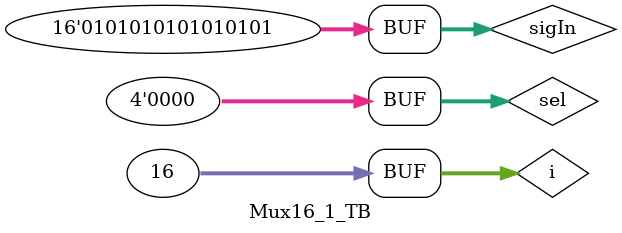
<source format=v>
`timescale 10ns/1ns
module Mux16_1_TB();
    reg[3:0] sel;
    reg[15:0] sigIn;
    wire sigOut;

    Mux16_1 uMux16_1 (.sel(sel),.sigIn(sigIn),.sigOut(sigOut));

    initial
    begin 
        sel=0;
        sigIn=16'h5555;
    end

    integer i;
    initial 
    begin
        for(i=0;i<16;i=i+1)
        begin
            #5 sel=sel+1;
        end
    end
endmodule
</source>
